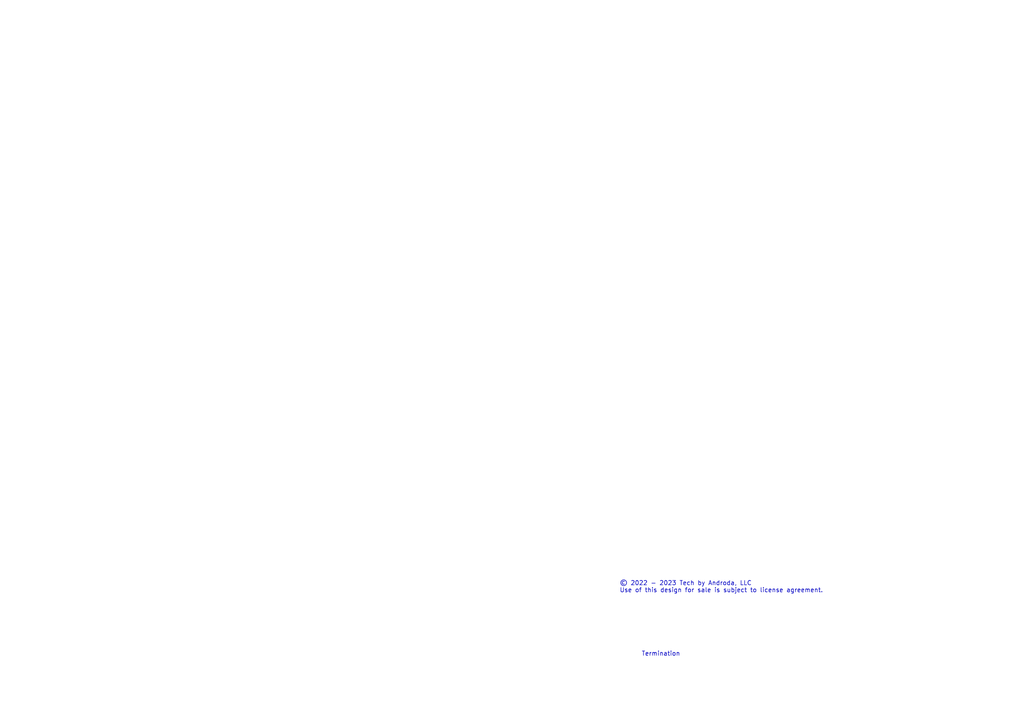
<source format=kicad_sch>
(kicad_sch (version 20211123) (generator eeschema)
  (paper "A4")
  (lib_symbols)
  (text "© 2022 - 2023 Tech by Androda, LLC\nUse of this design for sale is subject to license agreement." (at 179.705 172.085 0) (effects (font (size 1.27 1.27)) (justify left bottom)))
  (text "Termination" (at 186.055 190.5 0) (effects (font (size 1.27 1.27)) (justify left bottom)))
)
</source>
